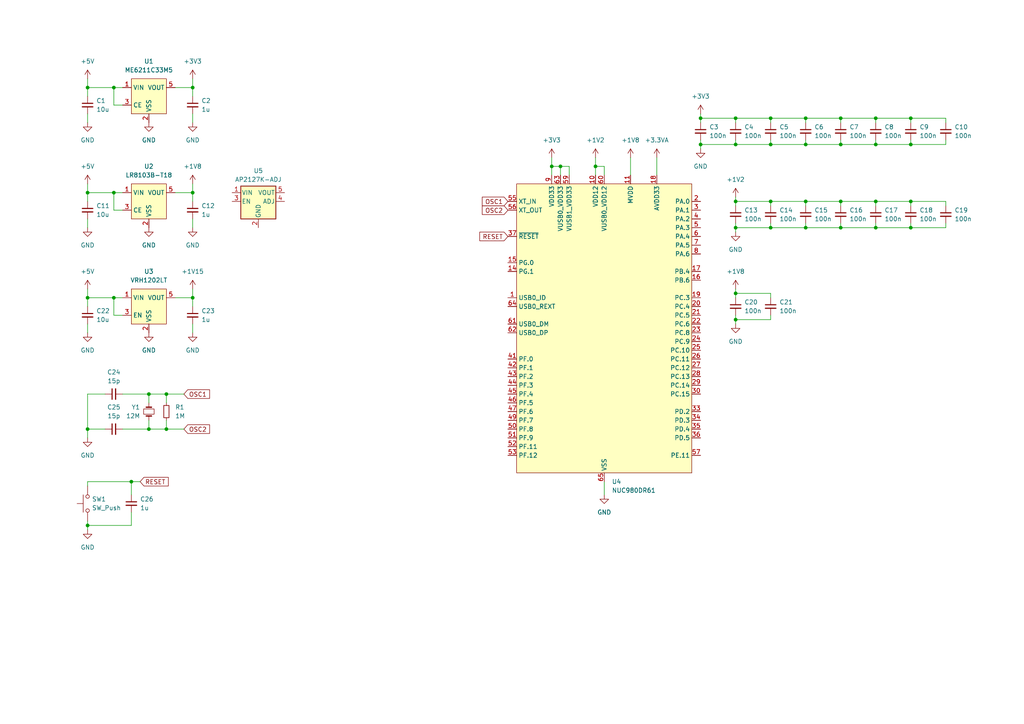
<source format=kicad_sch>
(kicad_sch (version 20230121) (generator eeschema)
  (paper "A4")
  (title_block (date "2023-08-25"))
  (lib_symbols
    (symbol "CPU_Nuvoton:NUC980DR61"
      (property "Reference" "U" (at 2.54 -44.45 0))
      (property "Value" "NUC980DR61" (at 2.54 -46.99 0))
      (symbol "NUC980DR61_0_0"
        (pin input line (at -27.94 8.89 0) (length 2.54) (name "USB0_ID") (number "1"))
      )
      (symbol "NUC980DR61_1_0"
        (pin power_in line (at -2.54 44.45 270) (length 2.54) (name "VDD12") (number "10"))
        (pin power_in line (at 7.62 44.45 270) (length 2.54) (name "MVDD") (number "11"))
        (pin power_in line (at -2.54 44.45 270) (length 2.54) hide (name "VDD12") (number "12"))
        (pin power_in line (at -15.24 44.45 270) (length 2.54) hide (name "VDD33") (number "13"))
        (pin bidirectional line (at -27.94 16.51 0) (length 2.54) (name "PG.1") (number "14"))
        (pin bidirectional line (at -27.94 19.05 0) (length 2.54) (name "PG.0") (number "15"))
        (pin bidirectional line (at 27.94 13.97 180) (length 2.54) (name "PB.6") (number "16"))
        (pin bidirectional line (at 27.94 16.51 180) (length 2.54) (name "PB.4") (number "17"))
        (pin power_in line (at 15.24 44.45 270) (length 2.54) (name "AVDD33") (number "18"))
        (pin power_in line (at -2.54 44.45 270) (length 2.54) hide (name "VDD12") (number "31"))
        (pin power_in line (at -15.24 44.45 270) (length 2.54) hide (name "VDD33") (number "32"))
        (pin power_in line (at -15.24 44.45 270) (length 2.54) (name "VDD33") (number "9"))
      )
      (symbol "NUC980DR61_1_1"
        (rectangle (start -25.4 41.91) (end 25.4 -41.91) (fill (type background)))
        (pin bidirectional line (at 27.94 8.89 180) (length 2.54) (name "PC.3") (number "19"))
        (pin bidirectional line (at 27.94 36.83 180) (length 2.54) (name "PA.0") (number "2"))
        (pin bidirectional line (at 27.94 6.35 180) (length 2.54) (name "PC.4") (number "20"))
        (pin bidirectional line (at 27.94 3.81 180) (length 2.54) (name "PC.5") (number "21"))
        (pin bidirectional line (at 27.94 1.27 180) (length 2.54) (name "PC.6") (number "22"))
        (pin bidirectional line (at 27.94 -1.27 180) (length 2.54) (name "PC.8") (number "23"))
        (pin bidirectional line (at 27.94 -3.81 180) (length 2.54) (name "PC.9") (number "24"))
        (pin bidirectional line (at 27.94 -6.35 180) (length 2.54) (name "PC.10") (number "25"))
        (pin bidirectional line (at 27.94 -8.89 180) (length 2.54) (name "PC.11") (number "26"))
        (pin bidirectional line (at 27.94 -11.43 180) (length 2.54) (name "PC.12") (number "27"))
        (pin bidirectional line (at 27.94 -13.97 180) (length 2.54) (name "PC.13") (number "28"))
        (pin bidirectional line (at 27.94 -16.51 180) (length 2.54) (name "PC.14") (number "29"))
        (pin bidirectional line (at 27.94 34.29 180) (length 2.54) (name "PA.1") (number "3"))
        (pin bidirectional line (at 27.94 -19.05 180) (length 2.54) (name "PC.15") (number "30"))
        (pin bidirectional line (at 27.94 -24.13 180) (length 2.54) (name "PD.2") (number "33"))
        (pin bidirectional line (at 27.94 -26.67 180) (length 2.54) (name "PD.3") (number "34"))
        (pin bidirectional line (at 27.94 -29.21 180) (length 2.54) (name "PD.4") (number "35"))
        (pin bidirectional line (at 27.94 -31.75 180) (length 2.54) (name "PD.5") (number "36"))
        (pin input line (at -27.94 26.67 0) (length 2.54) (name "~{RESET}") (number "37"))
        (pin power_in line (at -2.54 44.45 270) (length 2.54) hide (name "VDD12") (number "38"))
        (pin power_in line (at 7.62 44.45 270) (length 2.54) hide (name "MVDD") (number "39"))
        (pin bidirectional line (at 27.94 31.75 180) (length 2.54) (name "PA.2") (number "4"))
        (pin power_in line (at -15.24 44.45 270) (length 2.54) hide (name "VDD33") (number "40"))
        (pin bidirectional line (at -27.94 -8.89 0) (length 2.54) (name "PF.0") (number "41"))
        (pin bidirectional line (at -27.94 -11.43 0) (length 2.54) (name "PF.1") (number "42"))
        (pin bidirectional line (at -27.94 -13.97 0) (length 2.54) (name "PF.2") (number "43"))
        (pin bidirectional line (at -27.94 -16.51 0) (length 2.54) (name "PF.3") (number "44"))
        (pin bidirectional line (at -27.94 -19.05 0) (length 2.54) (name "PF.4") (number "45"))
        (pin bidirectional line (at -27.94 -21.59 0) (length 2.54) (name "PF.5") (number "46"))
        (pin bidirectional line (at -27.94 -24.13 0) (length 2.54) (name "PF.6") (number "47"))
        (pin power_in line (at -2.54 44.45 270) (length 2.54) hide (name "VDD12") (number "48"))
        (pin bidirectional line (at -27.94 -26.67 0) (length 2.54) (name "PF.7") (number "49"))
        (pin bidirectional line (at 27.94 29.21 180) (length 2.54) (name "PA.3") (number "5"))
        (pin bidirectional line (at -27.94 -29.21 0) (length 2.54) (name "PF.8") (number "50"))
        (pin bidirectional line (at -27.94 -31.75 0) (length 2.54) (name "PF.9") (number "51"))
        (pin bidirectional line (at -27.94 -34.29 0) (length 2.54) (name "PF.11") (number "52"))
        (pin bidirectional line (at -27.94 -36.83 0) (length 2.54) (name "PF.12") (number "53"))
        (pin power_in line (at -15.24 44.45 270) (length 2.54) hide (name "VDD33") (number "54"))
        (pin input line (at -27.94 36.83 0) (length 2.54) (name "XT_IN") (number "55"))
        (pin output line (at -27.94 34.29 0) (length 2.54) (name "XT_OUT") (number "56"))
        (pin bidirectional line (at 27.94 -36.83 180) (length 2.54) (name "PE.11") (number "57"))
        (pin power_in line (at -2.54 44.45 270) (length 2.54) hide (name "VDD12") (number "58"))
        (pin power_in line (at -10.16 44.45 270) (length 2.54) (name "VUSB1_VDD33") (number "59"))
        (pin bidirectional line (at 27.94 26.67 180) (length 2.54) (name "PA.4") (number "6"))
        (pin power_in line (at 0 44.45 270) (length 2.54) (name "VUSB0_VDD12") (number "60"))
        (pin bidirectional line (at -27.94 1.27 0) (length 2.54) (name "USB0_DM") (number "61"))
        (pin bidirectional line (at -27.94 -1.27 0) (length 2.54) (name "USB0_DP") (number "62"))
        (pin power_in line (at -12.7 44.45 270) (length 2.54) (name "VUSB0_VDD33") (number "63"))
        (pin passive line (at -27.94 6.35 0) (length 2.54) (name "USB0_REXT") (number "64"))
        (pin power_in line (at 0 -44.45 90) (length 2.54) (name "VSS") (number "65"))
        (pin bidirectional line (at 27.94 24.13 180) (length 2.54) (name "PA.5") (number "7"))
        (pin bidirectional line (at 27.94 21.59 180) (length 2.54) (name "PA.6") (number "8"))
      )
    )
    (symbol "Device:C_Small" (pin_numbers hide) (pin_names (offset 0.254) hide)
      (property "Reference" "C" (at 0.254 1.778 0))
      (property "Value" "C_Small" (at 0.254 -2.032 0))
      (symbol "C_Small_0_1"
        (polyline (pts (xy -1.524 -0.508) (xy 1.524 -0.508)) (stroke (width 0.3302)))
        (polyline (pts (xy -1.524 0.508) (xy 1.524 0.508)) (stroke (width 0.3048)))
      )
      (symbol "C_Small_1_1"
        (pin passive line (at 0 2.54 270) (length 2.032) (name "~") (number "1"))
        (pin passive line (at 0 -2.54 90) (length 2.032) (name "~") (number "2"))
      )
    )
    (symbol "Device:Crystal_Small" (pin_numbers hide) (pin_names (offset 1.016) hide)
      (property "Reference" "Y" (at 0 2.54 0))
      (property "Value" "Crystal_Small" (at 0 -2.54 0))
      (symbol "Crystal_Small_0_1"
        (rectangle (start -0.762 -1.524) (end 0.762 1.524))
        (polyline (pts (xy -1.27 -0.762) (xy -1.27 0.762)) (stroke (width 0.381)))
        (polyline (pts (xy 1.27 -0.762) (xy 1.27 0.762)) (stroke (width 0.381)))
      )
      (symbol "Crystal_Small_1_1"
        (pin passive line (at -2.54 0 0) (length 1.27) (name "1") (number "1"))
        (pin passive line (at 2.54 0 180) (length 1.27) (name "2") (number "2"))
      )
    )
    (symbol "Device:R_Small" (pin_numbers hide) (pin_names (offset 0.254) hide)
      (property "Reference" "R" (at 0.762 0.508 0))
      (property "Value" "R_Small" (at 0.762 -1.016 0))
      (symbol "R_Small_0_1"
        (rectangle (start -0.762 1.778) (end 0.762 -1.778) (stroke (width 0.2032)))
      )
      (symbol "R_Small_1_1"
        (pin passive line (at 0 2.54 270) (length 0.762) (name "~") (number "1"))
        (pin passive line (at 0 -2.54 90) (length 0.762) (name "~") (number "2"))
      )
    )
    (symbol "NUC980:LR8103B"
      (property "Reference" "U" (at 0 10.16 0))
      (property "Value" "LR8103B" (at 0 7.62 0))
      (symbol "LR8103B_1_1"
        (rectangle (start -5.08 5.08) (end 5.08 -5.08) (fill (type background)))
        (pin power_in line (at -7.62 2.54 0) (length 2.54) (name "VIN") (number "1"))
        (pin power_in line (at 0 -7.62 90) (length 2.54) (name "VSS") (number "2"))
        (pin input line (at -7.62 -2.54 0) (length 2.54) (name "CE") (number "3"))
        (pin power_out line (at 7.62 2.54 180) (length 2.54) (name "VOUT") (number "5"))
      )
    )
    (symbol "NUC980:ME6211C33M5"
      (property "Reference" "U" (at 0 10.16 0))
      (property "Value" "ME6211C33M5" (at 0 7.62 0))
      (symbol "ME6211C33M5_1_1"
        (rectangle (start -5.08 5.08) (end 5.08 -5.08) (fill (type background)))
        (pin power_in line (at -7.62 2.54 0) (length 2.54) (name "VIN") (number "1"))
        (pin power_in line (at 0 -7.62 90) (length 2.54) (name "VSS") (number "2"))
        (pin input line (at -7.62 -2.54 0) (length 2.54) (name "CE") (number "3"))
        (pin power_out line (at 7.62 2.54 180) (length 2.54) (name "VOUT") (number "5"))
      )
    )
    (symbol "NUC980:VRH1202LT"
      (property "Reference" "U" (at 0 10.16 0))
      (property "Value" "VRH1202LT" (at 0 7.62 0))
      (symbol "VRH1202LT_1_1"
        (rectangle (start -5.08 5.08) (end 5.08 -5.08) (fill (type background)))
        (pin power_in line (at -7.62 2.54 0) (length 2.54) (name "VIN") (number "1"))
        (pin power_in line (at 0 -7.62 90) (length 2.54) (name "VSS") (number "2"))
        (pin input line (at -7.62 -2.54 0) (length 2.54) (name "EN") (number "3"))
        (pin power_out line (at 7.62 2.54 180) (length 2.54) (name "VOUT") (number "5"))
      )
    )
    (symbol "Regulator_Linear:AP2127K-ADJ" (pin_names (offset 0.254))
      (property "Reference" "U" (at -5.08 5.715 0))
      (property "Value" "AP2127K-ADJ" (at 0 5.715 0))
      (symbol "AP2127K-ADJ_0_1"
        (rectangle (start -5.08 4.445) (end 5.08 -5.08) (stroke (width 0.254)) (fill (type background)))
      )
      (symbol "AP2127K-ADJ_1_1"
        (pin power_in line (at -7.62 2.54 0) (length 2.54) (name "VIN") (number "1"))
        (pin power_in line (at 0 -7.62 90) (length 2.54) (name "GND") (number "2"))
        (pin input line (at -7.62 0 0) (length 2.54) (name "EN") (number "3"))
        (pin input line (at 7.62 0 180) (length 2.54) (name "ADJ") (number "4"))
        (pin power_out line (at 7.62 2.54 180) (length 2.54) (name "VOUT") (number "5"))
      )
    )
    (symbol "Switch:SW_Push" (pin_numbers hide) (pin_names (offset 1.016) hide)
      (property "Reference" "SW" (at 1.27 2.54 0))
      (property "Value" "SW_Push" (at 0 -1.524 0))
      (symbol "SW_Push_0_1"
        (circle (center -2.032 0) (radius 0.508))
        (polyline (pts (xy 0 1.27) (xy 0 3.048)))
        (polyline (pts (xy 2.54 1.27) (xy -2.54 1.27)))
        (circle (center 2.032 0) (radius 0.508))
        (pin passive line (at -5.08 0 0) (length 2.54) (name "1") (number "1"))
        (pin passive line (at 5.08 0 180) (length 2.54) (name "2") (number "2"))
      )
    )
    (symbol "custom_power_symbols:+1V15" (power) (pin_names (offset 0))
      (property "Value" "+1V15" (at 0 3.556 0))
      (symbol "+1V15_0_1"
        (polyline (pts (xy -0.762 1.27) (xy 0 2.54)))
        (polyline (pts (xy 0 0) (xy 0 2.54)))
        (polyline (pts (xy 0 2.54) (xy 0.762 1.27)))
      )
      (symbol "+1V15_1_1"
        (pin power_in line (at 0 0 90) (length 0) hide (name "+1V15") (number "1"))
      )
    )
    (symbol "power:+1V2" (power) (pin_names (offset 0))
      (property "Value" "+1V2" (at 0 3.556 0))
      (symbol "+1V2_0_1"
        (polyline (pts (xy -0.762 1.27) (xy 0 2.54)))
        (polyline (pts (xy 0 0) (xy 0 2.54)))
        (polyline (pts (xy 0 2.54) (xy 0.762 1.27)))
      )
      (symbol "+1V2_1_1"
        (pin power_in line (at 0 0 90) (length 0) hide (name "+1V2") (number "1"))
      )
    )
    (symbol "power:+1V8" (power) (pin_names (offset 0))
      (property "Value" "+1V8" (at 0 3.556 0))
      (symbol "+1V8_0_1"
        (polyline (pts (xy -0.762 1.27) (xy 0 2.54)))
        (polyline (pts (xy 0 0) (xy 0 2.54)))
        (polyline (pts (xy 0 2.54) (xy 0.762 1.27)))
      )
      (symbol "+1V8_1_1"
        (pin power_in line (at 0 0 90) (length 0) hide (name "+1V8") (number "1"))
      )
    )
    (symbol "power:+3.3VA" (power) (pin_names (offset 0))
      (property "Value" "+3.3VA" (at 0 3.556 0))
      (symbol "+3.3VA_0_1"
        (polyline (pts (xy -0.762 1.27) (xy 0 2.54)))
        (polyline (pts (xy 0 0) (xy 0 2.54)))
        (polyline (pts (xy 0 2.54) (xy 0.762 1.27)))
      )
      (symbol "+3.3VA_1_1"
        (pin power_in line (at 0 0 90) (length 0) hide (name "+3.3VA") (number "1"))
      )
    )
    (symbol "power:+3V3" (power) (pin_names (offset 0))
      (property "Value" "+3V3" (at 0 3.556 0))
      (symbol "+3V3_0_1"
        (polyline (pts (xy -0.762 1.27) (xy 0 2.54)))
        (polyline (pts (xy 0 0) (xy 0 2.54)))
        (polyline (pts (xy 0 2.54) (xy 0.762 1.27)))
      )
      (symbol "+3V3_1_1"
        (pin power_in line (at 0 0 90) (length 0) hide (name "+3V3") (number "1"))
      )
    )
    (symbol "power:+5V" (power) (pin_names (offset 0))
      (property "Value" "+5V" (at 0 3.556 0))
      (symbol "+5V_0_1"
        (polyline (pts (xy -0.762 1.27) (xy 0 2.54)))
        (polyline (pts (xy 0 0) (xy 0 2.54)))
        (polyline (pts (xy 0 2.54) (xy 0.762 1.27)))
      )
      (symbol "+5V_1_1"
        (pin power_in line (at 0 0 90) (length 0) hide (name "+5V") (number "1"))
      )
    )
    (symbol "power:GND" (power) (pin_names (offset 0))
      (property "Value" "GND" (at 0 -3.81 0))
      (symbol "GND_0_1"
        (polyline (pts (xy 0 0) (xy 0 -1.27) (xy 1.27 -1.27) (xy 0 -2.54) (xy -1.27 -1.27) (xy 0 -1.27)))
      )
      (symbol "GND_1_1"
        (pin power_in line (at 0 0 270) (length 0) hide (name "GND") (number "1"))
      )
    )
  )
  (junction (at 25.4 86.36))
  (junction (at 223.52 34.29))
  (junction (at 203.2 41.91))
  (junction (at 243.84 34.29))
  (junction (at 254 66.04))
  (junction (at 213.36 58.42))
  (junction (at 55.88 55.88))
  (junction (at 243.84 58.42))
  (junction (at 33.02 25.4))
  (junction (at 160.02 48.26))
  (junction (at 25.4 152.4))
  (junction (at 254 34.29))
  (junction (at 254 41.91))
  (junction (at 233.68 66.04))
  (junction (at 25.4 124.46))
  (junction (at 48.26 114.3))
  (junction (at 43.18 124.46))
  (junction (at 213.36 92.71))
  (junction (at 233.68 41.91))
  (junction (at 264.16 34.29))
  (junction (at 264.16 41.91))
  (junction (at 213.36 41.91))
  (junction (at 25.4 55.88))
  (junction (at 55.88 86.36))
  (junction (at 264.16 58.42))
  (junction (at 223.52 41.91))
  (junction (at 243.84 66.04))
  (junction (at 213.36 34.29))
  (junction (at 223.52 66.04))
  (junction (at 213.36 66.04))
  (junction (at 264.16 66.04))
  (junction (at 33.02 86.36))
  (junction (at 213.36 85.09))
  (junction (at 48.26 124.46))
  (junction (at 254 58.42))
  (junction (at 233.68 34.29))
  (junction (at 233.68 58.42))
  (junction (at 43.18 114.3))
  (junction (at 55.88 25.4))
  (junction (at 33.02 55.88))
  (junction (at 25.4 25.4))
  (junction (at 162.56 48.26))
  (junction (at 223.52 58.42))
  (junction (at 203.2 34.29))
  (junction (at 38.1 139.7))
  (junction (at 172.72 48.26))
  (junction (at 243.84 41.91))
  (wire (pts (xy 25.4 35.56) (xy 25.4 33.02)))
  (wire (pts (xy 243.84 58.42) (xy 233.68 58.42)))
  (wire (pts (xy 213.36 83.82) (xy 213.36 85.09)))
  (wire (pts (xy 213.36 85.09) (xy 213.36 86.36)))
  (wire (pts (xy 165.1 48.26) (xy 162.56 48.26)))
  (wire (pts (xy 264.16 58.42) (xy 264.16 59.69)))
  (wire (pts (xy 213.36 41.91) (xy 223.52 41.91)))
  (wire (pts (xy 223.52 34.29) (xy 223.52 35.56)))
  (wire (pts (xy 182.88 45.72) (xy 182.88 50.8)))
  (wire (pts (xy 213.36 34.29) (xy 203.2 34.29)))
  (wire (pts (xy 274.32 58.42) (xy 274.32 59.69)))
  (wire (pts (xy 203.2 41.91) (xy 203.2 43.18)))
  (wire (pts (xy 25.4 53.34) (xy 25.4 55.88)))
  (wire (pts (xy 223.52 41.91) (xy 233.68 41.91)))
  (wire (pts (xy 25.4 124.46) (xy 30.48 124.46)))
  (wire (pts (xy 33.02 30.48) (xy 33.02 25.4)))
  (wire (pts (xy 25.4 114.3) (xy 25.4 124.46)))
  (wire (pts (xy 175.26 48.26) (xy 172.72 48.26)))
  (wire (pts (xy 233.68 64.77) (xy 233.68 66.04)))
  (wire (pts (xy 35.56 124.46) (xy 43.18 124.46)))
  (wire (pts (xy 233.68 58.42) (xy 233.68 59.69)))
  (wire (pts (xy 43.18 114.3) (xy 43.18 116.84)))
  (wire (pts (xy 274.32 35.56) (xy 274.32 34.29)))
  (wire (pts (xy 35.56 114.3) (xy 43.18 114.3)))
  (wire (pts (xy 55.88 33.02) (xy 55.88 35.56)))
  (wire (pts (xy 223.52 66.04) (xy 233.68 66.04)))
  (wire (pts (xy 213.36 92.71) (xy 213.36 93.98)))
  (wire (pts (xy 233.68 66.04) (xy 243.84 66.04)))
  (wire (pts (xy 213.36 40.64) (xy 213.36 41.91)))
  (wire (pts (xy 38.1 148.59) (xy 38.1 152.4)))
  (wire (pts (xy 274.32 34.29) (xy 264.16 34.29)))
  (wire (pts (xy 203.2 33.02) (xy 203.2 34.29)))
  (wire (pts (xy 25.4 124.46) (xy 25.4 127)))
  (wire (pts (xy 55.88 22.86) (xy 55.88 25.4)))
  (wire (pts (xy 48.26 114.3) (xy 43.18 114.3)))
  (wire (pts (xy 213.36 64.77) (xy 213.36 66.04)))
  (wire (pts (xy 25.4 22.86) (xy 25.4 25.4)))
  (wire (pts (xy 264.16 66.04) (xy 274.32 66.04)))
  (wire (pts (xy 172.72 48.26) (xy 172.72 50.8)))
  (wire (pts (xy 160.02 45.72) (xy 160.02 48.26)))
  (wire (pts (xy 162.56 48.26) (xy 160.02 48.26)))
  (wire (pts (xy 33.02 86.36) (xy 35.56 86.36)))
  (wire (pts (xy 38.1 139.7) (xy 40.64 139.7)))
  (wire (pts (xy 25.4 27.94) (xy 25.4 25.4)))
  (wire (pts (xy 55.88 55.88) (xy 55.88 58.42)))
  (wire (pts (xy 55.88 93.98) (xy 55.88 96.52)))
  (wire (pts (xy 254 58.42) (xy 243.84 58.42)))
  (wire (pts (xy 43.18 124.46) (xy 43.18 121.92)))
  (wire (pts (xy 223.52 58.42) (xy 213.36 58.42)))
  (wire (pts (xy 274.32 66.04) (xy 274.32 64.77)))
  (wire (pts (xy 25.4 86.36) (xy 33.02 86.36)))
  (wire (pts (xy 25.4 152.4) (xy 25.4 151.13)))
  (wire (pts (xy 35.56 91.44) (xy 33.02 91.44)))
  (wire (pts (xy 25.4 140.97) (xy 25.4 139.7)))
  (wire (pts (xy 55.88 63.5) (xy 55.88 66.04)))
  (wire (pts (xy 274.32 40.64) (xy 274.32 41.91)))
  (wire (pts (xy 203.2 41.91) (xy 213.36 41.91)))
  (wire (pts (xy 33.02 91.44) (xy 33.02 86.36)))
  (wire (pts (xy 254 40.64) (xy 254 41.91)))
  (wire (pts (xy 38.1 139.7) (xy 38.1 143.51)))
  (wire (pts (xy 264.16 58.42) (xy 254 58.42)))
  (wire (pts (xy 55.88 53.34) (xy 55.88 55.88)))
  (wire (pts (xy 243.84 64.77) (xy 243.84 66.04)))
  (wire (pts (xy 33.02 60.96) (xy 33.02 55.88)))
  (wire (pts (xy 213.36 91.44) (xy 213.36 92.71)))
  (wire (pts (xy 254 34.29) (xy 254 35.56)))
  (wire (pts (xy 53.34 124.46) (xy 48.26 124.46)))
  (wire (pts (xy 25.4 139.7) (xy 38.1 139.7)))
  (wire (pts (xy 25.4 86.36) (xy 25.4 88.9)))
  (wire (pts (xy 254 66.04) (xy 264.16 66.04)))
  (wire (pts (xy 33.02 55.88) (xy 35.56 55.88)))
  (wire (pts (xy 223.52 40.64) (xy 223.52 41.91)))
  (wire (pts (xy 50.8 86.36) (xy 55.88 86.36)))
  (wire (pts (xy 35.56 30.48) (xy 33.02 30.48)))
  (wire (pts (xy 50.8 25.4) (xy 55.88 25.4)))
  (wire (pts (xy 274.32 58.42) (xy 264.16 58.42)))
  (wire (pts (xy 243.84 66.04) (xy 254 66.04)))
  (wire (pts (xy 53.34 114.3) (xy 48.26 114.3)))
  (wire (pts (xy 48.26 124.46) (xy 43.18 124.46)))
  (wire (pts (xy 243.84 58.42) (xy 243.84 59.69)))
  (wire (pts (xy 274.32 41.91) (xy 264.16 41.91)))
  (wire (pts (xy 243.84 34.29) (xy 233.68 34.29)))
  (wire (pts (xy 233.68 34.29) (xy 233.68 35.56)))
  (wire (pts (xy 55.88 83.82) (xy 55.88 86.36)))
  (wire (pts (xy 213.36 66.04) (xy 213.36 67.31)))
  (wire (pts (xy 233.68 58.42) (xy 223.52 58.42)))
  (wire (pts (xy 223.52 34.29) (xy 213.36 34.29)))
  (wire (pts (xy 203.2 40.64) (xy 203.2 41.91)))
  (wire (pts (xy 254 58.42) (xy 254 59.69)))
  (wire (pts (xy 33.02 25.4) (xy 35.56 25.4)))
  (wire (pts (xy 25.4 66.04) (xy 25.4 63.5)))
  (wire (pts (xy 213.36 34.29) (xy 213.36 35.56)))
  (wire (pts (xy 223.52 91.44) (xy 223.52 92.71)))
  (wire (pts (xy 190.5 45.72) (xy 190.5 50.8)))
  (wire (pts (xy 175.26 143.51) (xy 175.26 139.7)))
  (wire (pts (xy 30.48 114.3) (xy 25.4 114.3)))
  (wire (pts (xy 55.88 25.4) (xy 55.88 27.94)))
  (wire (pts (xy 50.8 55.88) (xy 55.88 55.88)))
  (wire (pts (xy 264.16 34.29) (xy 264.16 35.56)))
  (wire (pts (xy 223.52 64.77) (xy 223.52 66.04)))
  (wire (pts (xy 203.2 34.29) (xy 203.2 35.56)))
  (wire (pts (xy 254 41.91) (xy 264.16 41.91)))
  (wire (pts (xy 25.4 93.98) (xy 25.4 96.52)))
  (wire (pts (xy 264.16 64.77) (xy 264.16 66.04)))
  (wire (pts (xy 223.52 58.42) (xy 223.52 59.69)))
  (wire (pts (xy 254 64.77) (xy 254 66.04)))
  (wire (pts (xy 264.16 34.29) (xy 254 34.29)))
  (wire (pts (xy 160.02 48.26) (xy 160.02 50.8)))
  (wire (pts (xy 213.36 58.42) (xy 213.36 59.69)))
  (wire (pts (xy 35.56 60.96) (xy 33.02 60.96)))
  (wire (pts (xy 38.1 152.4) (xy 25.4 152.4)))
  (wire (pts (xy 213.36 92.71) (xy 223.52 92.71)))
  (wire (pts (xy 25.4 152.4) (xy 25.4 153.67)))
  (wire (pts (xy 213.36 57.15) (xy 213.36 58.42)))
  (wire (pts (xy 48.26 121.92) (xy 48.26 124.46)))
  (wire (pts (xy 165.1 50.8) (xy 165.1 48.26)))
  (wire (pts (xy 162.56 48.26) (xy 162.56 50.8)))
  (wire (pts (xy 233.68 34.29) (xy 223.52 34.29)))
  (wire (pts (xy 25.4 55.88) (xy 33.02 55.88)))
  (wire (pts (xy 25.4 25.4) (xy 33.02 25.4)))
  (wire (pts (xy 233.68 41.91) (xy 243.84 41.91)))
  (wire (pts (xy 223.52 85.09) (xy 213.36 85.09)))
  (wire (pts (xy 243.84 41.91) (xy 254 41.91)))
  (wire (pts (xy 264.16 41.91) (xy 264.16 40.64)))
  (wire (pts (xy 48.26 114.3) (xy 48.26 116.84)))
  (wire (pts (xy 233.68 40.64) (xy 233.68 41.91)))
  (wire (pts (xy 243.84 40.64) (xy 243.84 41.91)))
  (wire (pts (xy 25.4 83.82) (xy 25.4 86.36)))
  (wire (pts (xy 172.72 45.72) (xy 172.72 48.26)))
  (wire (pts (xy 55.88 86.36) (xy 55.88 88.9)))
  (wire (pts (xy 223.52 85.09) (xy 223.52 86.36)))
  (wire (pts (xy 254 34.29) (xy 243.84 34.29)))
  (wire (pts (xy 213.36 66.04) (xy 223.52 66.04)))
  (wire (pts (xy 243.84 34.29) (xy 243.84 35.56)))
  (wire (pts (xy 175.26 50.8) (xy 175.26 48.26)))
  (wire (pts (xy 25.4 58.42) (xy 25.4 55.88)))
  (global_label "OSC1" (shape input) (at 147.32 58.42 180) (property "Intersheetrefs" "${INTERSHEET_REFS}" (effects hide)))
  (global_label "RESET" (shape input) (at 40.64 139.7 0) (property "Intersheetrefs" "${INTERSHEET_REFS}" (effects hide)))
  (global_label "OSC2" (shape input) (at 147.32 60.96 180) (property "Intersheetrefs" "${INTERSHEET_REFS}" (effects hide)))
  (global_label "OSC2" (shape input) (at 53.34 124.46 0) (property "Intersheetrefs" "${INTERSHEET_REFS}" (effects hide)))
  (global_label "RESET" (shape input) (at 147.32 68.58 180) (property "Intersheetrefs" "${INTERSHEET_REFS}" (effects hide)))
  (global_label "OSC1" (shape input) (at 53.34 114.3 0) (property "Intersheetrefs" "${INTERSHEET_REFS}" (effects hide)))
  (symbol (lib_id "power:+3V3") (at 55.88 22.86 0) (unit 1)
    (property "Reference" "#PWR02" (effects hide))
    (property "Value" "+3V3" (at 55.88 17.78 0))
  )
  (symbol (lib_id "power:+3V3") (at 203.2 33.02 0) (unit 1)
    (property "Reference" "#PWR03" (effects hide))
    (property "Value" "+3V3" (at 203.2 27.94 0))
  )
  (symbol (lib_id "Device:C_Small") (at 223.52 62.23 0) (unit 1)
    (property "Reference" "C14" (at 226.06 60.9663 0) (effects (justify left)))
    (property "Value" "100n" (at 226.06 63.5063 0) (effects (justify left)))
  )
  (symbol (lib_id "Device:C_Small") (at 25.4 91.44 0) (unit 1)
    (property "Reference" "C22" (at 27.94 90.1763 0) (effects (justify left)))
    (property "Value" "10u" (at 27.94 92.7163 0) (effects (justify left)))
  )
  (symbol (lib_id "power:+1V8") (at 213.36 83.82 0) (unit 1)
    (property "Reference" "#PWR021" (effects hide))
    (property "Value" "+1V8" (at 213.36 78.74 0))
  )
  (symbol (lib_id "NUC980:ME6211C33M5") (at 43.18 27.94 0) (unit 1)
    (property "Reference" "U1" (at 43.18 17.78 0))
    (property "Value" "ME6211C33M5" (at 43.18 20.32 0))
    (property "Footprint" "Package_TO_SOT_SMD:SOT-23-5" (effects hide))
    (property "Datasheet" "https://atta.szlcsc.com/upload/public/pdf/source/20170918/C82942_1505727073070976520.pdf" (effects hide))
  )
  (symbol (lib_id "Device:C_Small") (at 203.2 38.1 0) (unit 1)
    (property "Reference" "C3" (at 205.74 36.8363 0) (effects (justify left)))
    (property "Value" "100n" (at 205.74 39.3763 0) (effects (justify left)))
  )
  (symbol (lib_id "power:GND") (at 213.36 67.31 0) (unit 1)
    (property "Reference" "#PWR018" (effects hide))
    (property "Value" "GND" (at 213.36 72.39 0))
  )
  (symbol (lib_id "custom_power_symbols:+1V15") (at 55.88 83.82 0) (unit 1)
    (property "Reference" "#PWR020" (effects hide))
    (property "Value" "+1V15" (at 55.88 78.74 0))
  )
  (symbol (lib_id "power:GND") (at 25.4 35.56 0) (unit 1)
    (property "Reference" "#PWR04" (effects hide))
    (property "Value" "GND" (at 25.4 40.64 0))
  )
  (symbol (lib_id "Device:C_Small") (at 274.32 62.23 0) (unit 1)
    (property "Reference" "C19" (at 276.86 60.9663 0) (effects (justify left)))
    (property "Value" "100n" (at 276.86 63.5063 0) (effects (justify left)))
  )
  (symbol (lib_id "power:GND") (at 203.2 43.18 0) (unit 1)
    (property "Reference" "#PWR07" (effects hide))
    (property "Value" "GND" (at 203.2 48.26 0))
  )
  (symbol (lib_id "power:+3V3") (at 160.02 45.72 0) (unit 1)
    (property "Reference" "#PWR08" (effects hide))
    (property "Value" "+3V3" (at 160.02 40.64 0))
  )
  (symbol (lib_id "CPU_Nuvoton:NUC980DR61") (at 175.26 95.25 0) (unit 1)
    (property "Reference" "U4" (at 177.4541 139.7 0) (effects (justify left)))
    (property "Value" "NUC980DR61" (at 177.4541 142.24 0) (effects (justify left)))
    (property "Footprint" "Package_QFP:LQFP-64-1EP_10x10mm_P0.5mm_EP6.5x6.5mm_ThermalVias" (effects hide))
    (property "Datasheet" "https://www.nuvoton.com/resource-download.jsp?tp_GUID=DA00-NUC980-1" (effects hide))
  )
  (symbol (lib_id "Device:C_Small") (at 213.36 62.23 0) (unit 1)
    (property "Reference" "C13" (at 215.9 60.9663 0) (effects (justify left)))
    (property "Value" "100n" (at 215.9 63.5063 0) (effects (justify left)))
  )
  (symbol (lib_id "power:+1V8") (at 55.88 53.34 0) (unit 1)
    (property "Reference" "#PWR013" (effects hide))
    (property "Value" "+1V8" (at 55.88 48.26 0))
  )
  (symbol (lib_id "power:GND") (at 25.4 153.67 0) (unit 1)
    (property "Reference" "#PWR028" (effects hide))
    (property "Value" "GND" (at 25.4 158.75 0))
  )
  (symbol (lib_id "power:GND") (at 43.18 66.04 0) (unit 1)
    (property "Reference" "#PWR016" (effects hide))
    (property "Value" "GND" (at 43.18 71.12 0))
  )
  (symbol (lib_id "power:+1V2") (at 172.72 45.72 0) (unit 1)
    (property "Reference" "#PWR09" (effects hide))
    (property "Value" "+1V2" (at 172.72 40.64 0))
  )
  (symbol (lib_id "Device:C_Small") (at 264.16 62.23 0) (unit 1)
    (property "Reference" "C18" (at 266.7 60.9663 0) (effects (justify left)))
    (property "Value" "100n" (at 266.7 63.5063 0) (effects (justify left)))
  )
  (symbol (lib_id "power:+5V") (at 25.4 83.82 0) (unit 1)
    (property "Reference" "#PWR019" (effects hide))
    (property "Value" "+5V" (at 25.4 78.74 0))
  )
  (symbol (lib_id "power:GND") (at 43.18 35.56 0) (unit 1)
    (property "Reference" "#PWR05" (effects hide))
    (property "Value" "GND" (at 43.18 40.64 0))
  )
  (symbol (lib_id "Device:C_Small") (at 254 62.23 0) (unit 1)
    (property "Reference" "C17" (at 256.54 60.9663 0) (effects (justify left)))
    (property "Value" "100n" (at 256.54 63.5063 0) (effects (justify left)))
  )
  (symbol (lib_id "power:GND") (at 55.88 66.04 0) (unit 1)
    (property "Reference" "#PWR017" (effects hide))
    (property "Value" "GND" (at 55.88 71.12 0))
  )
  (symbol (lib_id "power:GND") (at 25.4 66.04 0) (unit 1)
    (property "Reference" "#PWR015" (effects hide))
    (property "Value" "GND" (at 25.4 71.12 0))
  )
  (symbol (lib_id "Device:R_Small") (at 48.26 119.38 0) (unit 1)
    (property "Reference" "R1" (at 50.8 118.11 0) (effects (justify left)))
    (property "Value" "1M" (at 50.8 120.65 0) (effects (justify left)))
  )
  (symbol (lib_id "Device:C_Small") (at 213.36 38.1 0) (unit 1)
    (property "Reference" "C4" (at 215.9 36.8363 0) (effects (justify left)))
    (property "Value" "100n" (at 215.9 39.3763 0) (effects (justify left)))
  )
  (symbol (lib_id "power:GND") (at 43.18 96.52 0) (unit 1)
    (property "Reference" "#PWR024" (effects hide))
    (property "Value" "GND" (at 43.18 101.6 0))
  )
  (symbol (lib_id "Regulator_Linear:AP2127K-ADJ") (at 74.93 58.42 0) (unit 1)
    (property "Reference" "U5" (at 74.93 49.53 0))
    (property "Value" "AP2127K-ADJ" (at 74.93 52.07 0))
    (property "Footprint" "Package_TO_SOT_SMD:SOT-23-5" (effects hide))
    (property "Datasheet" "https://www.diodes.com/assets/Datasheets/AP2127.pdf" (effects hide))
  )
  (symbol (lib_id "power:GND") (at 175.26 143.51 0) (unit 1)
    (property "Reference" "#PWR027" (effects hide))
    (property "Value" "GND" (at 175.26 148.59 0))
  )
  (symbol (lib_id "power:GND") (at 55.88 35.56 0) (unit 1)
    (property "Reference" "#PWR06" (effects hide))
    (property "Value" "GND" (at 55.88 40.64 0))
  )
  (symbol (lib_id "Device:C_Small") (at 233.68 38.1 0) (unit 1)
    (property "Reference" "C6" (at 236.22 36.8363 0) (effects (justify left)))
    (property "Value" "100n" (at 236.22 39.3763 0) (effects (justify left)))
  )
  (symbol (lib_id "Device:C_Small") (at 274.32 38.1 0) (unit 1)
    (property "Reference" "C10" (at 276.86 36.8363 0) (effects (justify left)))
    (property "Value" "100n" (at 276.86 39.3763 0) (effects (justify left)))
  )
  (symbol (lib_id "power:GND") (at 55.88 96.52 0) (unit 1)
    (property "Reference" "#PWR025" (effects hide))
    (property "Value" "GND" (at 55.88 101.6 0))
  )
  (symbol (lib_id "power:GND") (at 25.4 96.52 0) (unit 1)
    (property "Reference" "#PWR023" (effects hide))
    (property "Value" "GND" (at 25.4 101.6 0))
  )
  (symbol (lib_id "Device:C_Small") (at 223.52 38.1 0) (unit 1)
    (property "Reference" "C5" (at 226.06 36.8363 0) (effects (justify left)))
    (property "Value" "100n" (at 226.06 39.3763 0) (effects (justify left)))
  )
  (symbol (lib_id "power:+3.3VA") (at 190.5 45.72 0) (unit 1)
    (property "Reference" "#PWR011" (effects hide))
    (property "Value" "+3.3VA" (at 190.5 40.64 0))
  )
  (symbol (lib_id "Device:C_Small") (at 243.84 38.1 0) (unit 1)
    (property "Reference" "C7" (at 246.38 36.8363 0) (effects (justify left)))
    (property "Value" "100n" (at 246.38 39.3763 0) (effects (justify left)))
  )
  (symbol (lib_id "Device:C_Small") (at 38.1 146.05 0) (unit 1)
    (property "Reference" "C26" (at 40.64 144.7863 0) (effects (justify left)))
    (property "Value" "1u" (at 40.64 147.3263 0) (effects (justify left)))
  )
  (symbol (lib_id "power:+1V8") (at 182.88 45.72 0) (unit 1)
    (property "Reference" "#PWR010" (effects hide))
    (property "Value" "+1V8" (at 182.88 40.64 0))
  )
  (symbol (lib_id "NUC980:LR8103B") (at 43.18 58.42 0) (unit 1)
    (property "Reference" "U2" (at 43.18 48.26 0))
    (property "Value" "LR8103B-T18" (at 43.18 50.8 0))
    (property "Footprint" "Package_TO_SOT_SMD:SOT-23-5" (effects hide))
    (property "Datasheet" "https://atta.szlcsc.com/upload/public/pdf/source/20170918/C82942_1505727073070976520.pdf" (effects hide))
  )
  (symbol (lib_id "Device:C_Small") (at 213.36 88.9 0) (unit 1)
    (property "Reference" "C20" (at 215.9 87.6363 0) (effects (justify left)))
    (property "Value" "100n" (at 215.9 90.1763 0) (effects (justify left)))
  )
  (symbol (lib_id "power:GND") (at 213.36 93.98 0) (unit 1)
    (property "Reference" "#PWR022" (effects hide))
    (property "Value" "GND" (at 213.36 99.06 0))
  )
  (symbol (lib_id "power:+5V") (at 25.4 22.86 0) (unit 1)
    (property "Reference" "#PWR01" (effects hide))
    (property "Value" "+5V" (at 25.4 17.78 0))
  )
  (symbol (lib_id "Device:C_Small") (at 243.84 62.23 0) (unit 1)
    (property "Reference" "C16" (at 246.38 60.9663 0) (effects (justify left)))
    (property "Value" "100n" (at 246.38 63.5063 0) (effects (justify left)))
  )
  (symbol (lib_id "Switch:SW_Push") (at 25.4 146.05 90) (unit 1)
    (property "Reference" "SW1" (at 26.67 144.78 90) (effects (justify right)))
    (property "Value" "SW_Push" (at 26.67 147.32 90) (effects (justify right)))
  )
  (symbol (lib_id "Device:C_Small") (at 25.4 30.48 0) (unit 1)
    (property "Reference" "C1" (at 27.94 29.2163 0) (effects (justify left)))
    (property "Value" "10u" (at 27.94 31.7563 0) (effects (justify left)))
  )
  (symbol (lib_id "Device:C_Small") (at 264.16 38.1 0) (unit 1)
    (property "Reference" "C9" (at 266.7 36.8363 0) (effects (justify left)))
    (property "Value" "100n" (at 266.7 39.3763 0) (effects (justify left)))
  )
  (symbol (lib_id "Device:C_Small") (at 55.88 60.96 0) (unit 1)
    (property "Reference" "C12" (at 58.42 59.6963 0) (effects (justify left)))
    (property "Value" "1u" (at 58.42 62.2363 0) (effects (justify left)))
  )
  (symbol (lib_id "power:+1V2") (at 213.36 57.15 0) (unit 1)
    (property "Reference" "#PWR014" (effects hide))
    (property "Value" "+1V2" (at 213.36 52.07 0))
  )
  (symbol (lib_id "Device:C_Small") (at 55.88 91.44 0) (unit 1)
    (property "Reference" "C23" (at 58.42 90.1763 0) (effects (justify left)))
    (property "Value" "1u" (at 58.42 92.7163 0) (effects (justify left)))
  )
  (symbol (lib_id "power:GND") (at 25.4 127 0) (unit 1)
    (property "Reference" "#PWR026" (effects hide))
    (property "Value" "GND" (at 25.4 132.08 0))
  )
  (symbol (lib_id "Device:C_Small") (at 33.02 114.3 90) (unit 1)
    (property "Reference" "C24" (at 33.0263 107.95 90))
    (property "Value" "15p" (at 33.0263 110.49 90))
  )
  (symbol (lib_id "NUC980:VRH1202LT") (at 43.18 88.9 0) (unit 1)
    (property "Reference" "U3" (at 43.18 78.74 0))
    (property "Value" "VRH1202LT" (at 43.18 81.28 0))
    (property "Footprint" "Package_TO_SOT_SMD:SOT-23-5" (effects hide))
    (property "Datasheet" "https://atta.szlcsc.com/upload/public/pdf/source/20200708/C697953_AED14C6CB82A3EBEE802AA89D4912A1B.pdf" (effects hide))
  )
  (symbol (lib_id "Device:C_Small") (at 233.68 62.23 0) (unit 1)
    (property "Reference" "C15" (at 236.22 60.9663 0) (effects (justify left)))
    (property "Value" "100n" (at 236.22 63.5063 0) (effects (justify left)))
  )
  (symbol (lib_id "Device:C_Small") (at 55.88 30.48 0) (unit 1)
    (property "Reference" "C2" (at 58.42 29.2163 0) (effects (justify left)))
    (property "Value" "1u" (at 58.42 31.7563 0) (effects (justify left)))
  )
  (symbol (lib_id "power:+5V") (at 25.4 53.34 0) (unit 1)
    (property "Reference" "#PWR012" (effects hide))
    (property "Value" "+5V" (at 25.4 48.26 0))
  )
  (symbol (lib_id "Device:C_Small") (at 254 38.1 0) (unit 1)
    (property "Reference" "C8" (at 256.54 36.8363 0) (effects (justify left)))
    (property "Value" "100n" (at 256.54 39.3763 0) (effects (justify left)))
  )
  (symbol (lib_id "Device:C_Small") (at 223.52 88.9 0) (unit 1)
    (property "Reference" "C21" (at 226.06 87.6363 0) (effects (justify left)))
    (property "Value" "100n" (at 226.06 90.1763 0) (effects (justify left)))
  )
  (symbol (lib_id "Device:C_Small") (at 25.4 60.96 0) (unit 1)
    (property "Reference" "C11" (at 27.94 59.6963 0) (effects (justify left)))
    (property "Value" "10u" (at 27.94 62.2363 0) (effects (justify left)))
  )
  (symbol (lib_id "Device:C_Small") (at 33.02 124.46 90) (unit 1)
    (property "Reference" "C25" (at 33.0263 118.11 90))
    (property "Value" "15p" (at 33.0263 120.65 90))
  )
  (symbol (lib_id "Device:Crystal_Small") (at 43.18 119.38 270) (unit 1)
    (property "Reference" "Y1" (at 40.64 118.11 90) (effects (justify right)))
    (property "Value" "12M" (at 40.64 120.65 90) (effects (justify right)))
  )
)
</source>
